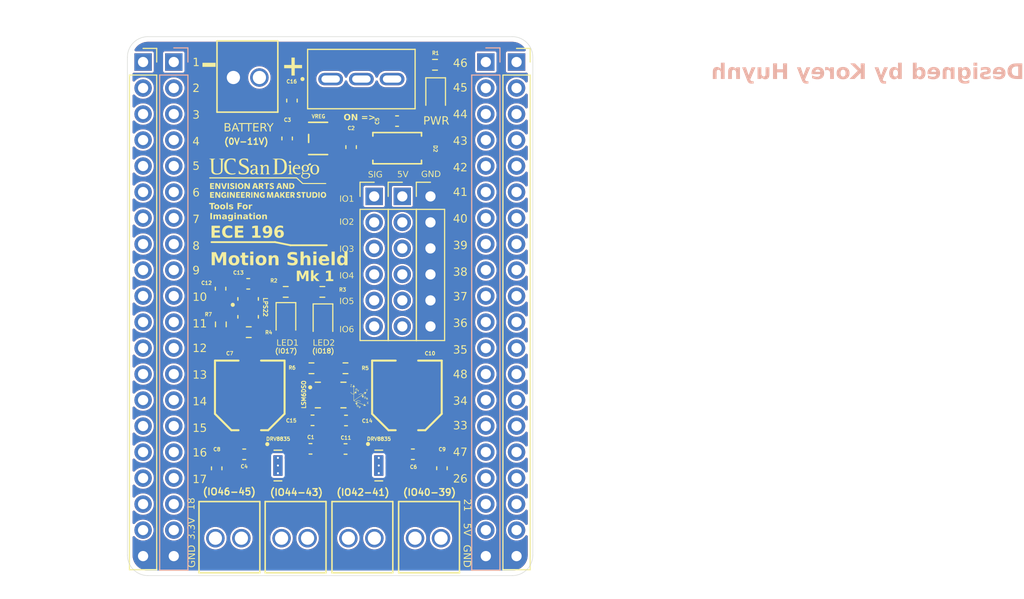
<source format=kicad_pcb>
(kicad_pcb (version 20241229) (generator "pcbnew") (generator_version "9.0")
  (layers (0 "F.Cu" signal) (2 "B.Cu" signal) (13 "F.Paste" user) (15 "B.Paste" user) (5 "F.SilkS" user "F.Silkscreen") (7 "B.SilkS" user "B.Silkscreen") (1 "F.Mask" user) (3 "B.Mask" user) (25 "Edge.Cuts" user))
  (net 0 "")
  (net 2 "GND")
  (net 3 "/SCL")
  (net 4 "/SDA")
  (net 5 "/3.3V")
  (net 6 "/VBatt")
  (net 7 "/5V")
  (net 8 "Net-(D2-A)")
  (net 9 "Net-(D1-K)")
  (net 10 "Net-(J1-Pin_2)")
  (net 11 "/M1A")
  (net 12 "/M1B")
  (net 13 "/M2B")
  (net 14 "/M2A")
  (net 15 "/6")
  (net 16 "/4")
  (net 17 "/5")
  (net 18 "/1")
  (net 19 "/2")
  (net 20 "/3")
  (net 21 "/12")
  (net 22 "/15")
  (net 23 "/10")
  (net 24 "/13")
  (net 25 "/IO17")
  (net 26 "/16")
  (net 27 "/14")
  (net 28 "/7")
  (net 29 "/IO18")
  (net 30 "/11")
  (net 31 "/PWM8")
  (net 32 "/36")
  (net 33 "/37")
  (net 34 "/34")
  (net 35 "/26")
  (net 36 "/48")
  (net 37 "/PWM3")
  (net 38 "/33")
  (net 39 "/PWM5")
  (net 40 "/PWM1")
  (net 41 "/PWM2")
  (net 42 "/35")
  (net 43 "/PWM7")
  (net 44 "/PWM4")
  (net 45 "/21")
  (net 46 "/38")
  (net 47 "/PWM6")
  (net 48 "/47")
  (net 49 "/M3B")
  (net 50 "/M3A")
  (net 51 "/M4B")
  (net 52 "/M4A")
  (net 53 "Net-(LED17-K)")
  (net 54 "Net-(LED18-K)")
  (footprint "Connector_PinSocket_2.54mm:PinSocket_1x20_P2.54mm_Vertical" (layer "F.Cu") (at 153.90795 28.087029)
    (property "Reference" "J6" (hide yes))
    (property "Value" "Conn_01x20_Pin" (hide yes))
    (pad "1" thru_hole rect (at 0 0) (size 1.7 1.7) (drill 1) (layers "*.Cu" "*.Mask") (net 40 "/PWM1"))
    (pad "2" thru_hole circle (at 0 2.54) (size 1.7 1.7) (drill 1) (layers "*.Cu" "*.Mask") (net 41 "/PWM2"))
    (pad "3" thru_hole circle (at 0 5.08) (size 1.7 1.7) (drill 1) (layers "*.Cu" "*.Mask") (net 37 "/PWM3"))
    (pad "4" thru_hole circle (at 0 7.62) (size 1.7 1.7) (drill 1) (layers "*.Cu" "*.Mask") (net 44 "/PWM4"))
    (pad "5" thru_hole circle (at 0 10.16) (size 1.7 1.7) (drill 1) (layers "*.Cu" "*.Mask") (net 39 "/PWM5"))
    (pad "6" thru_hole circle (at 0 12.7) (size 1.7 1.7) (drill 1) (layers "*.Cu" "*.Mask") (net 47 "/PWM6"))
    (pad "7" thru_hole circle (at 0 15.24) (size 1.7 1.7) (drill 1) (layers "*.Cu" "*.Mask") (net 43 "/PWM7"))
    (pad "8" thru_hole circle (at 0 17.78) (size 1.7 1.7) (drill 1) (layers "*.Cu" "*.Mask") (net 31 "/PWM8"))
    (pad "9" thru_hole circle (at 0 20.32) (size 1.7 1.7) (drill 1) (layers "*.Cu" "*.Mask") (net 46 "/38"))
    (pad "10" thru_hole circle (at 0 22.86) (size 1.7 1.7) (drill 1) (layers "*.Cu" "*.Mask") (net 33 "/37"))
    (pad "11" thru_hole circle (at 0 25.4) (size 1.7 1.7) (drill 1) (layers "*.Cu" "*.Mask") (net 32 "/36"))
    (pad "12" thru_hole circle (at 0 27.94) (size 1.7 1.7) (drill 1) (layers "*.Cu" "*.Mask") (net 42 "/35"))
    (pad "13" thru_hole circle (at 0 30.48) (size 1.7 1.7) (drill 1) (layers "*.Cu" "*.Mask") (net 36 "/48"))
    (pad "14" thru_hole circle (at 0 33.02) (size 1.7 1.7) (drill 1) (layers "*.Cu" "*.Mask") (net 34 "/34"))
    (pad "15" thru_hole circle (at 0 35.56) (size 1.7 1.7) (drill 1) (layers "*.Cu" "*.Mask") (net 38 "/33"))
    (pad "16" thru_hole circle (at 0 38.1) (size 1.7 1.7) (drill 1) (layers "*.Cu" "*.Mask") (net 48 "/47"))
    (pad "17" thru_hole circle (at 0 40.64) (size 1.7 1.7) (drill 1) (layers "*.Cu" "*.Mask") (net 35 "/26"))
    (pad "18" thru_hole circle (at 0 43.18) (size 1.7 1.7) (drill 1) (layers "*.Cu" "*.Mask") (net 45 "/21"))
    (pad "19" thru_hole circle (at 0 45.72) (size 1.7 1.7) (drill 1) (layers "*.Cu" "*.Mask") (net 7 "/5V"))
    (pad "20" thru_hole circle (at 0 48.26) (size 1.7 1.7) (drill 1) (layers "*.Cu" "*.Mask") (net 2 "GND"))
  )
  (footprint "Capacitor_SMD:C_0603_1608Metric" (layer "F.Cu") (at 127.308335 66.401754 180)
    (property "Reference" "C4" (hide yes))
    (property "Value" ".01uF" (hide yes))
    (pad "1" smd roundrect (at -0.775 0 180) (size 0.9 0.95) (layers "F.Cu" "F.Mask" "F.Paste") (net 6 "/VBatt"))
    (pad "2" smd roundrect (at 0.775 0 180) (size 0.9 0.95) (layers "F.Cu" "F.Mask" "F.Paste") (net 2 "GND"))
  )
  (footprint "ECE196MotionShield:accelfootprintbetter" (layer "F.Cu") (at 138.267666 60.528754)
    (property "Reference" "G***" (hide yes))
    (property "Value" "LOGO" (hide yes))
  )
  (footprint "ECE196MotionShield:TSOT-23-5_2P9X1P6_ONS" (layer "F.Cu") (at 134.52635 35.55 180)
    (property "Reference" "U2" (hide yes))
    (property "Value" "NCP718ASNADJT1G" (hide yes))
    (pad "1" smd rect (at -1.27635 -0.950001 180) (size 0.9525 0.4572) (layers "F.Cu" "F.Mask" "F.Paste") (net 6 "/VBatt"))
    (pad "2" smd rect (at -1.27635 0 180) (size 0.9525 0.4572) (layers "F.Cu" "F.Mask" "F.Paste") (net 2 "GND"))
    (pad "3" smd rect (at -1.27635 0.950001 180) (size 0.9525 0.4572) (layers "F.Cu" "F.Mask" "F.Paste") (net 6 "/VBatt"))
    (pad "4" smd rect (at 1.27635 0.950001 180) (size 0.9525 0.4572) (layers "F.Cu" "F.Mask" "F.Paste"))
    (pad "5" smd rect (at 1.27635 -0.950001 180) (size 0.9525 0.4572) (layers "F.Cu" "F.Mask" "F.Paste") (net 7 "/5V"))
  )
  (footprint "Capacitor_SMD:C_0603_1608Metric" (layer "F.Cu") (at 133.981687 63.08539 180)
    (property "Reference" "C15" (hide yes))
    (property "Value" ".1uF" (hide yes))
    (pad "1" smd roundrect (at -0.775 0 180) (size 0.9 0.95) (layers "F.Cu" "F.Mask" "F.Paste") (net 5 "/3.3V"))
    (pad "2" smd roundrect (at 0.775 0 180) (size 0.9 0.95) (layers "F.Cu" "F.Mask" "F.Paste") (net 2 "GND"))
  )
  (footprint "Resistor_SMD:R_0603_1608Metric" (layer "F.Cu") (at 137.2 58)
    (property "Reference" "R5" (hide yes))
    (property "Value" "10k" (hide yes))
    (pad "1" smd roundrect (at -0.825 0) (size 0.8 0.95) (layers "F.Cu" "F.Mask" "F.Paste") (net 3 "/SCL"))
    (pad "2" smd roundrect (at 0.825 0) (size 0.8 0.95) (layers "F.Cu" "F.Mask" "F.Paste") (net 5 "/3.3V"))
  )
  (footprint "Resistor_SMD:R_0603_1608Metric" (layer "F.Cu") (at 134.940685 50.537796)
    (property "Reference" "R3" (hide yes))
    (property "Value" "1k" (hide yes))
    (pad "1" smd roundrect (at -0.825 0) (size 0.8 0.95) (layers "F.Cu" "F.Mask" "F.Paste") (net 54 "Net-(LED18-K)"))
    (pad "2" smd roundrect (at 0.825 0) (size 0.8 0.95) (layers "F.Cu" "F.Mask" "F.Paste") (net 2 "GND"))
  )
  (footprint "ECE196MotionShield:WCAP-ASLI_6.3X7.7_DXL_" (layer "F.Cu") (at 127.85 60.65 -90)
    (property "Reference" "C7" (hide yes))
    (property "Value" "220uF" (hide yes))
    (pad "1" smd rect (at 2.8 0 270) (size 3.5 1.6) (layers "F.Cu" "F.Mask" "F.Paste") (net 6 "/VBatt"))
    (pad "2" smd rect (at -2.8 0 270) (size 3.5 1.6) (layers "F.Cu" "F.Mask" "F.Paste") (net 2 "GND"))
  )
  (footprint "ECE196MotionShield:SW_SLW-105558-2A-N-D" (layer "F.Cu") (at 138.75 29.75)
    (property "Reference" "S1" (hide yes))
    (property "Value" "SLW-105558-2A-N-D" (hide yes))
    (pad "1" thru_hole oval (at -3 0) (size 2.416 1.208) (drill oval 1.8 0.7) (layers "*.Cu" "*.Mask"))
    (pad "2" thru_hole oval (at 0 0) (size 2.416 1.208) (drill oval 1.8 0.7) (layers "*.Cu" "*.Mask") (net 10 "Net-(J1-Pin_2)"))
    (pad "3" thru_hole oval (at 3 0) (size 2.416 1.208) (drill oval 1.8 0.7) (layers "*.Cu" "*.Mask") (net 8 "Net-(D2-A)"))
  )
  (footprint "LED_SMD:LED_0805_2012Metric" (layer "F.Cu") (at 146.00781 31.3125 -90)
    (property "Reference" "D1" (hide yes))
    (property "Value" "LED" (hide yes))
    (pad "1" smd roundrect (at -0.9375 0 270) (size 0.975 1.4) (layers "F.Cu" "F.Mask" "F.Paste") (net 9 "Net-(D1-K)"))
    (pad "2" smd roundrect (at 0.9375 0 270) (size 0.975 1.4) (layers "F.Cu" "F.Mask" "F.Paste") (net 5 "/3.3V"))
  )
  (footprint "Connector_PinHeader_2.54mm:PinHeader_1x06_P2.54mm_Vertical" (layer "F.Cu") (at 145.5 41.21)
    (property "Reference" "J12" (hide yes))
    (property "Value" "Conn_01x06_Pin" (hide yes))
    (pad "1" thru_hole rect (at 0 0) (size 1.7 1.7) (drill 1) (layers "*.Cu" "*.Mask") (net 2 "GND"))
    (pad "2" thru_hole circle (at 0 2.54) (size 1.7 1.7) (drill 1) (layers "*.Cu" "*.Mask") (net 2 "GND"))
    (pad "3" thru_hole circle (at 0 5.08) (size 1.7 1.7) (drill 1) (layers "*.Cu" "*.Mask") (net 2 "GND"))
    (pad "4" thru_hole circle (at 0 7.62) (size 1.7 1.7) (drill 1) (layers "*.Cu" "*.Mask") (net 2 "GND"))
    (pad "5" thru_hole circle (at 0 10.16) (size 1.7 1.7) (drill 1) (layers "*.Cu" "*.Mask") (net 2 "GND"))
    (pad "6" thru_hole circle (at 0 12.7) (size 1.7 1.7) (drill 1) (layers "*.Cu" "*.Mask") (net 2 "GND"))
  )
  (footprint "Resistor_SMD:R_0603_1608Metric" (layer "F.Cu") (at 125.024153 53.710019 -90)
    (property "Reference" "R7" (hide yes))
    (property "Value" "10k" (hide yes))
    (pad "1" smd roundrect (at -0.825 0 270) (size 0.8 0.95) (layers "F.Cu" "F.Mask" "F.Paste") (net 3 "/SCL"))
    (pad "2" smd roundrect (at 0.825 0 270) (size 0.8 0.95) (layers "F.Cu" "F.Mask" "F.Paste") (net 5 "/3.3V"))
  )
  (footprint "5ECEMotionShield:envisionlogobigger" (layer "F.Cu") (at 129.622704 39.9)
    (property "Reference" "G***" (hide yes))
    (property "Value" "LOGO" (hide yes))
  )
  (footprint "Capacitor_SMD:C_0603_1608Metric" (layer "F.Cu") (at 137.207207 65.88527 180)
    (property "Reference" "C11" (hide yes))
    (property "Value" ".01uF" (hide yes))
    (pad "1" smd roundrect (at -0.775 0 180) (size 0.9 0.95) (layers "F.Cu" "F.Mask" "F.Paste") (net 6 "/VBatt"))
    (pad "2" smd roundrect (at 0.775 0 180) (size 0.9 0.95) (layers "F.Cu" "F.Mask" "F.Paste") (net 2 "GND"))
  )
  (footprint "Capacitor_SMD:C_0603_1608Metric" (layer "F.Cu") (at 142.237335 33.855086)
    (property "Reference" "C5" (hide yes))
    (property "Value" "10uF" (hide yes))
    (pad "1" smd roundrect (at -0.775 0) (size 0.9 0.95) (layers "F.Cu" "F.Mask" "F.Paste") (net 2 "GND"))
    (pad "2" smd roundrect (at 0.775 0) (size 0.9 0.95) (layers "F.Cu" "F.Mask" "F.Paste") (net 8 "Net-(D2-A)"))
  )
  (footprint "LED_SMD:LED_0805_2012Metric" (layer "F.Cu") (at 135 53.4 -90)
    (property "Reference" "LED18" (hide yes))
    (property "Value" "LED" (hide yes))
    (pad "1" smd roundrect (at -0.9375 0 270) (size 0.975 1.4) (layers "F.Cu" "F.Mask" "F.Paste") (net 54 "Net-(LED18-K)"))
    (pad "2" smd roundrect (at 0.9375 0 270) (size 0.975 1.4) (layers "F.Cu" "F.Mask" "F.Paste") (net 29 "/IO18"))
  )
  (footprint "Capacitor_SMD:C_0603_1608Metric" (layer "F.Cu") (at 124.620877 67.773264 -90)
    (property "Reference" "C8" (hide yes))
    (property "Value" "10uF" (hide yes))
    (pad "1" smd roundrect (at -0.775 0 270) (size 0.9 0.95) (layers "F.Cu" "F.Mask" "F.Paste") (net 5 "/3.3V"))
    (pad "2" smd roundrect (at 0.775 0 270) (size 0.9 0.95) (layers "F.Cu" "F.Mask" "F.Paste") (net 2 "GND"))
  )
  (footprint "Capacitor_SMD:C_0603_1608Metric" (layer "F.Cu") (at 143.779997 66.397576)
    (property "Reference" "C6" (hide yes))
    (property "Value" ".01uF" (hide yes))
    (pad "1" smd roundrect (at -0.775 0) (size 0.9 0.95) (layers "F.Cu" "F.Mask" "F.Paste") (net 5 "/3.3V"))
    (pad "2" smd roundrect (at 0.775 0) (size 0.9 0.95) (layers "F.Cu" "F.Mask" "F.Paste") (net 2 "GND"))
  )
  (footprint "LED_SMD:LED_0805_2012Metric" (layer "F.Cu") (at 131.38178 53.271998 -90)
    (property "Reference" "LED17" (hide yes))
    (property "Value" "LED" (hide yes))
    (pad "1" smd roundrect (at -0.9375 0 270) (size 0.975 1.4) (layers "F.Cu" "F.Mask" "F.Paste") (net 53 "Net-(LED17-K)"))
    (pad "2" smd roundrect (at 0.9375 0 270) (size 0.975 1.4) (layers "F.Cu" "F.Mask" "F.Paste") (net 25 "/IO17"))
  )
  (footprint "ECE196MotionShield:CONN_OSTVN02A150_OST" (layer "F.Cu") (at 143.992424 74.597201)
    (property "Reference" "J10" (hide yes))
    (property "Value" "Screw_Terminal_01x02" (hide yes))
    (pad "1" thru_hole circle (at 0 0) (size 1.8034 1.8034) (drill 1.2954) (layers "*.Cu" "*.Mask") (net 52 "/M4A"))
    (pad "2" thru_hole circle (at 2.54 0) (size 1.8034 1.8034) (drill 1.2954) (layers "*.Cu" "*.Mask") (net 51 "/M4B"))
  )
  (footprint "Resistor_SMD:R_0603_1608Metric" (layer "F.Cu") (at 145.945252 28.354724 180)
    (property "Reference" "R1" (hide yes))
    (property "Value" "1k" (hide yes))
    (pad "1" smd roundrect (at -0.825 0 180) (size 0.8 0.95) (layers "F.Cu" "F.Mask" "F.Paste") (net 9 "Net-(D1-K)"))
    (pad "2" smd roundrect (at 0.825 0 180) (size 0.8 0.95) (layers "F.Cu" "F.Mask" "F.Paste") (net 2 "GND"))
  )
  (footprint "Connector_PinSocket_2.54mm:PinSocket_1x20_P2.54mm_Vertical" (layer "F.Cu") (at 117.42795 28.087029)
    (property "Reference" "J5" (hide yes))
    (property "Value" "Conn_01x20_Pin" (hide yes))
    (pad "1" thru_hole rect (at 0 0) (size 1.7 1.7) (drill 1) (layers "*.Cu" "*.Mask") (net 18 "/1"))
    (pad "2" thru_hole circle (at 0 2.54) (size 1.7 1.7) (drill 1) (layers "*.Cu" "*.Mask") (net 19 "/2"))
    (pad "3" thru_hole circle (at 0 5.08) (size 1.7 1.7) (drill 1) (layers "*.Cu" "*.Mask") (net 20 "/3"))
    (pad "4" thru_hole circle (at 0 7.62) (size 1.7 1.7) (drill 1) (layers "*.Cu" "*.Mask") (net 16 "/4"))
    (pad "5" thru_hole circle (at 0 10.16) (size 1.7 1.7) (drill 1) (layers "*.Cu" "*.Mask") (net 17 "/5"))
    (pad "6" thru_hole circle (at 0 12.7) (size 1.7 1.7) (drill 1) (layers "*.Cu" "*.Mask") (net 15 "/6"))
    (pad "7" thru_hole circle (at 0 15.24) (size 1.7 1.7) (drill 1) (layers "*.Cu" "*.Mask") (net 28 "/7"))
    (pad "8" thru_hole circle (at 0 17.78) (size 1.7 1.7) (drill 1) (layers "*.Cu" "*.Mask") (net 4 "/SDA"))
    (pad "9" thru_hole circle (at 0 20.32) (size 1.7 1.7) (drill 1) (layers "*.Cu" "*.Mask") (net 3 "/SCL"))
    (pad "10" thru_hole circle (at 0 22.86) (size 1.7 1.7) (drill 1) (layers "*.Cu" "*.Mask") (net 23 "/10"))
    (pad "11" thru_hole circle (at 0 25.4) (size 1.7 1.7) (drill 1) (layers "*.Cu" "*.Mask") (net 30 "/11"))
    (pad "12" thru_hole circle (at 0 27.94) (size 1.7 1.7) (drill 1) (layers "*.Cu" "*.Mask") (net 21 "/12"))
    (pad "13" thru_hole circle (at 0 30.48) (size 1.7 1.7) (drill 1) (layers "*.Cu" "*.Mask") (net 24 "/13"))
    (pad "14" thru_hole circle (at 0 33.02) (size 1.7 1.7) (drill 1) (layers "*.Cu" "*.Mask") (net 27 "/14"))
    (pad "15" thru_hole circle (at 0 35.56) (size 1.7 1.7) (drill 1) (layers "*.Cu" "*.Mask") (net 22 "/15"))
    (pad "16" thru_hole circle (at 0 38.1) (size 1.7 1.7) (drill 1) (layers "*.Cu" "*.Mask") (net 26 "/16"))
    (pad "17" thru_hole circle (at 0 40.64) (size 1.7 1.7) (drill 1) (layers "*.Cu" "*.Mask") (net 25 "/IO17"))
    (pad "18" thru_hole circle (at 0 43.18) (size 1.7 1.7) (drill 1) (layers "*.Cu" "*.Mask") (net 29 "/IO18"))
    (pad "19" thru_hole circle (at 0 45.72) (size 1.7 1.7) (drill 1) (layers "*.Cu" "*.Mask") (net 5 "/3.3V"))
    (pad "20" thru_hole circle (at 0 48.26) (size 1.7 1.7) (drill 1) (layers "*.Cu" "*.Mask") (net 2 "GND"))
  )
  (footprint "Capacitor_SMD:C_0603_1608Metric" (layer "F.Cu") (at 137.25 63.102377)
    (property "Reference" "C14" (hide yes))
    (property "Value" ".1uF" (hide yes))
    (pad "1" smd roundrect (at -0.775 0) (size 0.9 0.95) (layers "F.Cu" "F.Mask" "F.Paste") (net 5 "/3.3V"))
    (pad "2" smd roundrect (at 0.775 0) (size 0.9 0.95) (layers "F.Cu" "F.Mask" "F.Paste") (net 2 "GND"))
  )
  (footprint "Connector_PinHeader_2.54mm:PinHeader_1x06_P2.54mm_Vertical" (layer "F.Cu") (at 142.75 41.21)
    (property "Reference" "J11" (hide yes))
    (property "Value" "Conn_01x06_Pin" (hide yes))
    (pad "1" thru_hole rect (at 0 0) (size 1.7 1.7) (drill 1) (layers "*.Cu" "*.Mask") (net 7 "/5V"))
    (pad "2" thru_hole circle (at 0 2.54) (size 1.7 1.7) (drill 1) (layers "*.Cu" "*.Mask") (net 7 "/5V"))
    (pad "3" thru_hole circle (at 0 5.08) (size 1.7 1.7) (drill 1) (layers "*.Cu" "*.Mask") (net 7 "/5V"))
    (pad "4" thru_hole circle (at 0 7.62) (size 1.7 1.7) (drill 1) (layers "*.Cu" "*.Mask") (net 7 "/5V"))
    (pad "5" thru_hole circle (at 0 10.16) (size 1.7 1.7) (drill 1) (layers "*.Cu" "*.Mask") (net 7 "/5V"))
    (pad "6" thru_hole circle (at 0 12.7) (size 1.7 1.7) (drill 1) (layers "*.Cu" "*.Mask") (net 7 "/5V"))
  )
  (footprint "ECE196MotionShield:CONN_OSTVN02A150_OST" (layer "F.Cu") (at 124.492424 74.597201)
    (property "Reference" "J2" (hide yes))
    (property "Value" "Screw_Terminal_01x02" (hide yes))
    (pad "1" thru_hole circle (at 0 0) (size 1.8034 1.8034) (drill 1.2954) (layers "*.Cu" "*.Mask") (net 11 "/M1A"))
    (pad "2" thru_hole circle (at 2.54 0) (size 1.8034 1.8034) (drill 1.2954) (layers "*.Cu" "*.Mask") (net 12 "/M1B"))
  )
  (footprint "ECE196MotionShield:CONN_OSTVN02A150_OST" (layer "F.Cu") (at 137.481417 74.597201)
    (property "Reference" "J9" (hide yes))
    (property "Value" "Screw_Terminal_01x02" (hide yes))
    (pad "1" thru_hole circle (at 0 0) (size 1.8034 1.8034) (drill 1.2954) (layers "*.Cu" "*.Mask") (net 50 "/M3A"))
    (pad "2" thru_hole circle (at 2.54 0) (size 1.8034 1.8034) (drill 1.2954) (layers "*.Cu" "*.Mask") (net 49 "/M3B"))
  )
  (footprint "Capacitor_SMD:C_0603_1608Metric" (layer "F.Cu") (at 137.75 36.39528 -90)
    (property "Reference" "C2" (hide yes))
    (property "Value" "1uF" (hide yes))
    (pad "1" smd roundrect (at -0.775 0 270) (size 0.9 0.95) (layers "F.Cu" "F.Mask" "F.Paste") (net 6 "/VBatt"))
    (pad "2" smd roundrect (at 0.775 0 270) (size 0.9 0.95) (layers "F.Cu" "F.Mask" "F.Paste") (net 2 "GND"))
  )
  (footprint "Capacitor_SMD:C_0603_1608Metric" (layer "F.Cu") (at 131.969897 31.849113 90)
    (property "Reference" "C16" (hide yes))
    (property "Value" "10uF" (hide yes))
    (pad "1" smd roundrect (at -0.775 0 90) (size 0.9 0.95) (layers "F.Cu" "F.Mask" "F.Paste") (net 2 "GND"))
    (pad "2" smd roundrect (at 0.775 0 90) (size 0.9 0.95) (layers "F.Cu" "F.Mask" "F.Paste") (net 10 "Net-(J1-Pin_2)"))
  )
  (footprint "ECE196MotionShield:WCAP-ASLI_6.3X7.7_DXL_" (layer "F.Cu") (at 143.2 60.65 -90)
    (property "Reference" "C10" (hide yes))
    (property "Value" "220uF" (hide yes))
    (pad "1" smd rect (at 2.8 0 270) (size 3.5 1.6) (layers "F.Cu" "F.Mask" "F.Paste") (net 6 "/VBatt"))
    (pad "2" smd rect (at -2.8 0 270) (size 3.5 1.6) (layers "F.Cu" "F.Mask" "F.Paste") (net 2 "GND"))
  )
  (footprint "Capacitor_SMD:C_0603_1608Metric" (layer "F.Cu") (at 125 50.225 90)
    (property "Reference" "C12" (hide yes))
    (property "Value" ".1uF" (hide yes))
    (pad "1" smd roundrect (at -0.775 0 90) (size 0.9 0.95) (layers "F.Cu" "F.Mask" "F.Paste") (net 5 "/3.3V"))
    (pad "2" smd roundrect (at 0.775 0 90) (size 0.9 0.95) (layers "F.Cu" "F.Mask" "F.Paste") (net 2 "GND"))
  )
  (footprint "5ECEMotionShield:khlogobigger" (layer "F.Cu") (at 133.569376 43.087276)
    (property "Reference" "G***" (hide yes))
    (property "Value" "LOGO" (hide yes))
  )
  (footprint "ECE196MotionShield:SON50P300X200X80-13N" (layer "F.Cu") (at 140.45 67.5)
    (property "Reference" "U3" (hide yes))
    (property "Value" "DRV8835DSSR" (hide yes))
    (pad "1" smd roundrect (at -0.95 -1.25) (size 0.5 0.25) (layers "F.Cu" "F.Paste") (roundrect_rratio 0.2) (net 6 "/VBatt"))
    (pad "2" smd roundrect (at -0.95 -0.75) (size 0.5 0.25) (layers "F.Cu" "F.Paste") (roundrect_rratio 0.2) (net 50 "/M3A"))
    (pad "3" smd roundrect (at -0.95 -0.25) (size 0.5 0.25) (layers "F.Cu" "F.Paste") (roundrect_rratio 0.2) (net 49 "/M3B"))
    (pad "4" smd roundrect (at -0.95 0.25) (size 0.5 0.25) (layers "F.Cu" "F.Paste") (roundrect_rratio 0.2) (net 52 "/M4A"))
    (pad "5" smd roundrect (at -0.95 0.75) (size 0.5 0.25) (layers "F.Cu" "F.Paste") (roundrect_rratio 0.2) (net 51 "/M4B"))
    (pad "6" smd roundrect (at -0.95 1.25) (size 0.5 0.25) (layers "F.Cu" "F.Paste") (roundrect_rratio 0.2) (net 2 "GND"))
    (pad "7" smd roundrect (at 0.95 1.25) (size 0.5 0.25) (layers "F.Cu" "F.Paste") (roundrect_rratio 0.2) (net 31 "/PWM8"))
    (pad "8" smd roundrect (at 0.95 0.75) (size 0.5 0.25) (layers "F.Cu" "F.Paste") (roundrect_rratio 0.2) (net 43 "/PWM7"))
    (pad "9" smd roundrect (at 0.95 0.25) (size 0.5 0.25) (layers "F.Cu" "F.Paste") (roundrect_rratio 0.2) (net 47 "/PWM6"))
    (pad "10" smd roundrect (at 0.95 -0.25) (size 0.5 0.25) (layers "F.Cu" "F.Paste") (roundrect_rratio 0.2) (net 39 "/PWM5"))
    (pad "11" smd roundrect (at 0.95 -0.75) (size 0.5 0.25) (layers "F.Cu" "F.Paste") (roundrect_rratio 0.2) (net 2 "GND"))
    (pad "12" smd roundrect (at 0.95 -1.25) (size 0.5 0.25) (layers "F.Cu" "F.Paste") (roundrect_rratio 0.2) (net 5 "/3.3V"))
    (pad "13" smd rect (at 0 0) (size 0.5 0.5) (layers "F.Cu") (net 2 "GND"))
    (pad "14" thru_hole custom (at 0 -0.75) (size 0.3 0.3) (drill 0.2) (layers "*.Cu") (options (clearance outline) (anchor circle)) (primitives (gr_poly (pts (xy 0.4 -0.25) (xy -0.4 -0.25) (xy -0.403 -0.25) (xy -0.405 -0.25) (xy -0.408 -0.249) (xy -0.41 -0.249) (xy -0.413 -0.248) (xy -0.415 -0.248) (xy -0.418 -0.247) (xy -0.42 -0.246) (xy -0.423 -0.245) (xy -0.425 -0.243) (xy -0.427 -0.242) (xy -0.429 -0.24) (xy -0.431 -0.239) (xy -0.433 -0.237) (xy -0.435 -0.235) (xy -0.437 -0.233) (xy -0.439 -0.231) (xy -0.44 -0.229) (xy -0.442 -0.227) (xy -0.443 -0.225) (xy -0.445 -0.223) (xy -0.446 -0.22) (xy -0.447 -0.218) (xy -0.448 -0.215) (xy -0.448 -0.213) (xy -0.449 -0.21) (xy -0.449 -0.208) (xy -0.45 -0.205) (xy -0.45 -0.203) (xy -0.45 -0.2) (xy -0.45 1.7) (xy -0.45 1.703) (xy -0.45 1.705) (xy -0.449 1.708) (xy -0.449 1.71) (xy -0.448 1.713) (xy -0.448 1.715) (xy -0.447 1.718) (xy -0.446 1.72) (xy -0.445 1.723) (xy -0.443 1.725) (xy -0.442 1.727) (xy -0.44 1.729) (xy -0.439 1.731) (xy -0.437 1.733) (xy -0.435 1.735) (xy -0.433 1.737) (xy -0.431 1.739) (xy -0.429 1.74) (xy -0.427 1.742) (xy -0.425 1.743) (xy -0.423 1.745) (xy -0.42 1.746) (xy -0.418 1.747) (xy -0.415 1.748) (xy -0.413 1.748) (xy -0.41 1.749) (xy -0.408 1.749) (xy -0.405 1.75) (xy -0.403 1.75) (xy -0.4 1.75) (xy 0.4 1.75) (xy 0.403 1.75) (xy 0.405 1.75) (xy 0.408 1.749) (xy 0.41 1.749) (xy 0.413 1.748) (xy 0.415 1.748) (xy 0.418 1.747) (xy 0.42 1.746) (xy 0.423 1.745) (xy 0.425 1.743) (xy 0.427 1.742) (xy 0.429 1.74) (xy 0.431 1.739) (xy 0.433 1.737) (xy 0.435 1.735) (xy 0.437 1.733) (xy 0.439 1.731) (xy 0.44 1.729) (xy 0.442 1.727) (xy 0.443 1.725) (xy 0.445 1.723) (xy 0.446 1.72) (xy 0.447 1.718) (xy 0.448 1.715) (xy 0.448 1.713) (xy 0.449 1.71) (xy 0.449 1.708) (xy 0.45 1.705) (xy 0.45 1.703) (xy 0.45 1.7) (xy 0.45 -0.2) (xy 0.45 -0.203) (xy 0.45 -0.205) (xy 0.449 -0.208) (xy 0.449 -0.21) (xy 0.448 -0.213) (xy 0.448 -0.215) (xy 0.447 -0.218) (xy 0.446 -0.22) (xy 0.445 -0.223) (xy 0.443 -0.225) (xy 0.442 -0.227) (xy 0.44 -0.229) (xy 0.439 -0.231) (xy 0.437 -0.233) (xy 0.435 -0.235) (xy 0.433 -0.237) (xy 0.431 -0.239) (xy 0.429 -0.24) (xy 0.427 -0.242) (xy 0.425 -0.243) (xy 0.423 -0.245) (xy 0.42 -0.246) (xy 0.418 -0.247) (xy 0.415 -0.248) (xy 0.413 -0.248) (xy 0.41 -0.249) (xy 0.408 -0.249) (xy 0.405 -0.25) (xy 0.403 -0.25) (xy 0.4 -0.25)) (width 0.01) (fill yes))))
    (pad "15" thru_hole circle (at 0 0) (size 0.3 0.3) (drill 0.2) (layers "*.Cu"))
    (pad "16" thru_hole circle (at 0 0.75) (size 0.3 0.3) (drill 0.2) (layers "*.Cu"))
  )
  (footprint "ECE196MotionShield:CONN_OSTVN02A150_OST" (layer "F.Cu") (at 126.25 29.597201)
    (property "Reference" "J1" (hide yes))
    (property "Value" "Screw_Terminal_01x02" (hide yes))
    (pad "1" thru_hole circle (at 0 0) (size 1.8034 1.8034) (drill 1.2954) (layers "*.Cu" "*.Mask") (net 2 "GND"))
    (pad "2" thru_hole circle (at 2.54 0) (size 1.8034 1.8034) (drill 1.2954) (layers "*.Cu" "*.Mask") (net 10 "Net-(J1-Pin_2)"))
  )
  (footprint "ECE196MotionShield:XDCR_LSM6DSO32TR" (layer "F.Cu") (at 135.75 60.613118)
    (property "Reference" "U5" (hide yes))
    (property "Value" "LSM6DSO32TR" (hide yes))
    (pad "1" smd rect (at -1.1625 -0.75) (size 0.575 0.35) (layers "F.Cu" "F.Paste") (net 2 "GND"))
    (pad "2" smd rect (at -1.1625 -0.25) (size 0.575 0.35) (layers "F.Cu" "F.Paste") (net 2 "GND"))
    (pad "3" smd rect (at -1.1625 0.25) (size 0.575 0.35) (layers "F.Cu" "F.Paste") (net 2 "GND"))
    (pad "4" smd rect (at -1.1625 0.75) (size 0.575 0.35) (layers "F.Cu" "F.Paste"))
    (pad "5" smd rect (at -0.5 0.9125) (size 0.35 0.575) (layers "F.Cu" "F.Paste") (net 5 "/3.3V"))
    (pad "6" smd rect (at 0 0.9125) (size 0.35 0.575) (layers "F.Cu" "F.Paste") (net 2 "GND"))
    (pad "7" smd rect (at 0.5 0.9125) (size 0.35 0.575) (layers "F.Cu" "F.Paste") (net 2 "GND"))
    (pad "8" smd rect (at 1.1625 0.75) (size 0.575 0.35) (layers "F.Cu" "F.Paste") (net 5 "/3.3V"))
    (pad "9" smd rect (at 1.1625 0.25) (size 0.575 0.35) (layers "F.Cu" "F.Paste"))
    (pad "10" smd rect (at 1.1625 -0.25) (size 0.575 0.35) (layers "F.Cu" "F.Paste"))
    (pad "11" smd rect (at 1.1625 -0.75) (size 0.575 0.35) (layers "F.Cu" "F.Paste"))
    (pad "12" smd rect (at 0.5 -0.9125) (size 0.35 0.575) (layers "F.Cu" "F.Paste") (net 5 "/3.3V"))
    (pad "13" smd rect (at 0 -0.9125) (size 0.35 0.575) (layers "F.Cu" "F.Paste") (net 3 "/SCL"))
    (pad "14" smd rect (at -0.5 -0.9125) (size 0.35 0.575) (layers "F.Cu" "F.Paste") (net 4 "/SDA"))
  )
  (footprint "Resistor_SMD:R_0603_1608Metric" (layer "F.Cu") (at 133.875 58 180)
    (property "Reference" "R6" (hide yes))
    (property "Value" "10k" (hide yes))
    (pad "1" smd roundrect (at -0.825 0 180) (size 0.8 0.95) (layers "F.Cu" "F.Mask" "F.Paste") (net 4 "/SDA"))
    (pad "2" smd roundrect (at 0.825 0 180) (size 0.8 0.95) (layers "F.Cu" "F.Mask" "F.Paste") (net 5 "/3.3V"))
  )
  (footprint "Resistor_SMD:R_0603_1608Metric" (layer "F.Cu") (at 127.748201 54.474047)
    (property "Reference" "R4" (hide yes))
    (property "Value" "10k" (hide yes))
    (pad "1" smd roundrect (at -0.825 0) (size 0.8 0.95) (layers "F.Cu" "F.Mask" "F.Paste") (net 4 "/SDA"))
    (pad "2" smd roundrect (at 0.825 0) (size 0.8 0.95) (layers "F.Cu" "F.Mask" "F.Paste") (net 5 "/3.3V"))
  )
  (footprint "ECE196MotionShield:SMADO-214AC_VIS" (layer "F.Cu") (at 142.25 36.5)
    (property "Reference" "D2" (hide yes))
    (property "Value" "SS12-E3/61T" (hide yes))
    (pad "1" smd rect (at -2.0574 0) (size 1.8796 1.7018) (layers "F.Cu" "F.Mask" "F.Paste") (net 6 "/VBatt"))
    (pad "2" smd rect (at 2.0574 0) (size 1.8796 1.7018) (layers "F.Cu" "F.Mask" "F.Paste") (net 8 "Net-(D2-A)"))
    (zone (net 0) (net_name "") (layer "F.Cu") (connect_pads (clearance 0)) (min_thickness 0.254)
      (keepout (tracks not_allowed) (vias not_allowed) (pads allowed) (copperpour not_allowed) (footprints allowed))
      (fill (thermal_gap 0.508) (thermal_bridge_width 0.508))
      (polygon (pts (xy 141.1832 35.1538) (xy 143.3168 35.1538) (xy 143.3168 37.8462) (xy 141.1832 37.8462)))
    )
  )
  (footprint "ECE196MotionShield:CONN_OSTVN02A150_OST" (layer "F.Cu") (at 130.955504 74.597201)
    (property "Reference" "J3" (hide yes))
    (property "Value" "Screw_Terminal_01x02" (hide yes))
    (pad "1" thru_hole circle (at 0 0) (size 1.8034 1.8034) (drill 1.2954) (layers "*.Cu" "*.Mask") (net 14 "/M2A"))
    (pad "2" thru_hole circle (at 2.54 0) (size 1.8034 1.8034) (drill 1.2954) (layers "*.Cu" "*.Mask") (net 13 "/M2B"))
  )
  (footprint "Capacitor_SMD:C_0603_1608Metric" (layer "F.Cu") (at 146.62013 67.76396 -90)
    (property "Reference" "C9" (hide yes))
    (property "Value" "10uF" (hide yes))
    (pad "1" smd roundrect (at -0.775 0 270) (size 0.9 0.95) (layers "F.Cu" "F.Mask" "F.Paste") (net 7 "/5V"))
    (pad "2" smd roundrect (at 0.775 0 270) (size 0.9 0.95) (layers "F.Cu" "F.Mask" "F.Paste") (net 2 "GND"))
  )
  (footprint "Resistor_SMD:R_0603_1608Metric" (layer "F.Cu") (at 131.362008 50.537796 180)
    (property "Reference" "R2" (hide yes))
    (property "Value" "1k" (hide yes))
    (pad "1" smd roundrect (at -0.825 0 180) (size 0.8 0.95) (layers "F.Cu" "F.Mask" "F.Paste") (net 53 "Net-(LED17-K)"))
    (pad "2" smd roundrect (at 0.825 0 180) (size 0.8 0.95) (layers "F.Cu" "F.Mask" "F.Paste") (net 2 "GND"))
  )
  (footprint "Connector_PinHeader_2.54mm:PinHeader_1x06_P2.54mm_Vertical" (layer "F.Cu") (at 140 41.21)
    (property "Reference" "J4" (hide yes))
    (property "Value" "Conn_01x06_Pin" (hide yes))
    (pad "1" thru_hole rect (at 0 0) (size 1.7 1.7) (drill 1) (layers "*.Cu" "*.Mask") (net 18 "/1"))
    (pad "2" thru_hole circle (at 0 2.54) (size 1.7 1.7) (drill 1) (layers "*.Cu" "*.Mask") (net 19 "/2"))
    (pad "3" thru_hole circle (at 0 5.08) (size 1.7 1.7) (drill 1) (layers "*.Cu" "*.Mask") (net 20 "/3"))
    (pad "4" thru_hole circle (at 0 7.62) (size 1.7 1.7) (drill 1) (layers "*.Cu" "*.Mask") (net 16 "/4"))
    (pad "5" thru_hole circle (at 0 10.16) (size 1.7 1.7) (drill 1) (layers "*.Cu" "*.Mask") (net 17 "/5"))
    (pad "6" thru_hole circle (at 0 12.7) (size 1.7 1.7) (drill 1) (layers "*.Cu" "*.Mask") (net 15 "/6"))
  )
  (footprint "ECE196MotionShield:colinsigfootprint" (layer "F.Cu") (at 103.701799 44.072781)
    (property "Reference" "G***" (hide yes))
    (property "Value" "LOGO" (hide yes))
  )
  (footprint "ECE196MotionShield:PQFN50P200X200X80-10N" (layer "F.Cu") (at 127.688463 52.100729)
    (property "Reference" "A1" (hide yes))
    (property "Value" "LPS22HBTR" (hide yes))
    (pad "1" smd rect (at -0.745 -0.25) (size 0.43 0.35) (layers "F.Cu" "F.Mask" "F.Paste") (net 5 "/3.3V"))
    (pad "2" smd rect (at -0.745 0.25) (size 0.43 0.35) (layers "F.Cu" "F.Mask" "F.Paste") (net 3 "/SCL"))
    (pad "3" smd rect (at -0.5 0.745) (size 0.35 0.43) (layers "F.Cu" "F.Mask" "F.Paste") (net 2 "GND"))
    (pad "4" smd rect (at 0 0.745) (size 0.35 0.43) (layers "F.Cu" "F.Mask" "F.Paste") (net 4 "/SDA"))
    (pad "5" smd rect (at 0.5 0.745) (size 0.35 0.43) (layers "F.Cu" "F.Mask" "F.Paste") (net 2 "GND"))
    (pad "6" smd rect (at 0.745 0.25) (size 0.43 0.35) (layers "F.Cu" "F.Mask" "F.Paste") (net 5 "/3.3V"))
    (pad "7" smd rect (at 0.745 -0.25) (size 0.43 0.35) (layers "F.Cu" "F.Mask" "F.Paste"))
    (pad "8" smd rect (at 0.5 -0.745) (size 0.35 0.43) (layers "F.Cu" "F.Mask" "F.Paste") (net 2 "GND"))
    (pad "9" smd rect (at 0 -0.745) (size 0.35 0.43) (layers "F.Cu" "F.Mask" "F.Paste") (net 2 "GND"))
    (pad "10" smd rect (at -0.5 -0.745) (size 0.35 0.43) (layers "F.Cu" "F.Mask" "F.Paste") (net 5 "/3.3V"))
  )
  (footprint "Capacitor_SMD:C_0603_1608Metric" (layer "F.Cu") (at 131.5 35.55 -90)
    (property "Reference" "C3" (hide yes))
    (property "Value" "1uF" (hide yes))
    (pad "1" smd roundrect (at -0.775 0 270) (size 0.9 0.95) (layers "F.Cu" "F.Mask" "F.Paste") (net 2 "GND"))
    (pad "2" smd roundrect (at 0.775 0 270) (size 0.9 0.95) (layers "F.Cu" "F.Mask" "F.Paste") (net 7 "/5V"))
  )
  (footprint "ECE196MotionShield:SON50P300X200X80-13N" (layer "F.Cu") (at 130.6 67.5)
    (property "Reference" "U1" (hide yes))
    (property "Value" "DRV8835DSSR" (hide yes))
    (pad "1" smd roundrect (at -0.95 -1.25) (size 0.5 0.25) (layers "F.Cu" "F.Paste") (roundrect_rratio 0.2) (net 6 "/VBatt"))
    (pad "2" smd roundrect (at -0.95 -0.75) (size 0.5 0.25) (layers "F.Cu" "F.Paste") (roundrect_rratio 0.2) (net 11 "/M1A"))
    (pad "3" smd roundrect (at -0.95 -0.25) (size 0.5 0.25) (layers "F.Cu" "F.Paste") (roundrect_rratio 0.2) (net 12 "/M1B"))
    (pad "4" smd roundrect (at -0.95 0.25) (size 0.5 0.25) (layers "F.Cu" "F.Paste") (roundrect_rratio 0.2) (net 14 "/M2A"))
    (pad "5" smd roundrect (at -0.95 0.75) (size 0.5 0.25) (layers "F.Cu" "F.Paste") (roundrect_rratio 0.2) (net 13 "/M2B"))
    (pad "6" smd roundrect (at -0.95 1.25) (size 0.5 0.25) (layers "F.Cu" "F.Paste") (roundrect_rratio 0.2) (net 2 "GND"))
    (pad "7" smd roundrect (at 0.95 1.25) (size 0.5 0.25) (layers "F.Cu" "F.Paste") (roundrect_rratio 0.2) (net 44 "/PWM4"))
    (pad "8" smd roundrect (at 0.95 0.75) (size 0.5 0.25) (layers "F.Cu" "F.Paste") (roundrect_rratio 0.2) (net 37 "/PWM3"))
    (pad "9" smd roundrect (at 0.95 0.25) (size 0.5 0.25) (layers "F.Cu" "F.Paste") (roundrect_rratio 0.2) (net 41 "/PWM2"))
    (pad "10" smd roundrect (at 0.95 -0.25) (size 0.5 0.25) (layers "F.Cu" "F.Paste") (roundrect_rratio 0.2) (net 40 "/PWM1"))
    (pad "11" smd roundrect (at 0.95 -0.75) (size 0.5 0.25) (layers "F.Cu" "F.Paste") (roundrect_rratio 0.2) (net 2 "GND"))
    (pad "12" smd roundrect (at 0.95 -1.25) (size 0.5 0.25) (layers "F.Cu" "F.Paste") (roundrect_rratio 0.2) (net 5 "/3.3V"))
    (pad "13" smd rect (at 0 0) (size 0.5 0.5) (layers "F.Cu") (net 2 "GND"))
    (pad "14" thru_hole custom (at 0 -0.75) (size 0.3 0.3) (drill 0.2) (layers "*.Cu") (options (clearance outline) (anchor circle)) (primitives (gr_poly (pts (xy 0.4 -0.25) (xy -0.4 -0.25) (xy -0.403 -0.25) (xy -0.405 -0.25) (xy -0.408 -0.249) (xy -0.41 -0.249) (xy -0.413 -0.248) (xy -0.415 -0.248) (xy -0.418 -0.247) (xy -0.42 -0.246) (xy -0.423 -0.245) (xy -0.425 -0.243) (xy -0.427 -0.242) (xy -0.429 -0.24) (xy -0.431 -0.239) (xy -0.433 -0.237) (xy -0.435 -0.235) (xy -0.437 -0.233) (xy -0.439 -0.231) (xy -0.44 -0.229) (xy -0.442 -0.227) (xy -0.443 -0.225) (xy -0.445 -0.223) (xy -0.446 -0.22) (xy -0.447 -0.218) (xy -0.448 -0.215) (xy -0.448 -0.213) (xy -0.449 -0.21) (xy -0.449 -0.208) (xy -0.45 -0.205) (xy -0.45 -0.203) (xy -0.45 -0.2) (xy -0.45 1.7) (xy -0.45 1.703) (xy -0.45 1.705) (xy -0.449 1.708) (xy -0.449 1.71) (xy -0.448 1.713) (xy -0.448 1.715) (xy -0.447 1.718) (xy -0.446 1.72) (xy -0.445 1.723) (xy -0.443 1.725) (xy -0.442 1.727) (xy -0.44 1.729) (xy -0.439 1.731) (xy -0.437 1.733) (xy -0.435 1.735) (xy -0.433 1.737) (xy -0.431 1.739) (xy -0.429 1.74) (xy -0.427 1.742) (xy -0.425 1.743) (xy -0.423 1.745) (xy -0.42 1.746) (xy -0.418 1.747) (xy -0.415 1.748) (xy -0.413 1.748) (xy -0.41 1.749) (xy -0.408 1.749) (xy -0.405 1.75) (xy -0.403 1.75) (xy -0.4 1.75) (xy 0.4 1.75) (xy 0.403 1.75) (xy 0.405 1.75) (xy 0.408 1.749) (xy 0.41 1.749) (xy 0.413 1.748) (xy 0.415 1.748) (xy 0.418 1.747) (xy 0.42 1.746) (xy 0.423 1.745) (xy 0.425 1.743) (xy 0.427 1.742) (xy 0.429 1.74) (xy 0.431 1.739) (xy 0.433 1.737) (xy 0.435 1.735) (xy 0.437 1.733) (xy 0.439 1.731) (xy 0.44 1.729) (xy 0.442 1.727) (xy 0.443 1.725) (xy 0.445 1.723) (xy 0.446 1.72) (xy 0.447 1.718) (xy 0.448 1.715) (xy 0.448 1.713) (xy 0.449 1.71) (xy 0.449 1.708) (xy 0.45 1.705) (xy 0.45 1.703) (xy 0.45 1.7) (xy 0.45 -0.2) (xy 0.45 -0.203) (xy 0.45 -0.205) (xy 0.449 -0.208) (xy 0.449 -0.21) (xy 0.448 -0.213) (xy 0.448 -0.215) (xy 0.447 -0.218) (xy 0.446 -0.22) (xy 0.445 -0.223) (xy 0.443 -0.225) (xy 0.442 -0.227) (xy 0.44 -0.229) (xy 0.439 -0.231) (xy 0.437 -0.233) (xy 0.435 -0.235) (xy 0.433 -0.237) (xy 0.431 -0.239) (xy 0.429 -0.24) (xy 0.427 -0.242) (xy 0.425 -0.243) (xy 0.423 -0.245) (xy 0.42 -0.246) (xy 0.418 -0.247) (xy 0.415 -0.248) (xy 0.413 -0.248) (xy 0.41 -0.249) (xy 0.408 -0.249) (xy 0.405 -0.25) (xy 0.403 -0.25) (xy 0.4 -0.25)) (width 0.01) (fill yes))))
    (pad "15" thru_hole circle (at 0 0) (size 0.3 0.3) (drill 0.2) (layers "*.Cu"))
    (pad "16" thru_hole circle (at 0 0.75) (size 0.3 0.3) (drill 0.2) (layers "*.Cu"))
  )
  (footprint "Capacitor_SMD:C_0603_1608Metric" (layer "F.Cu") (at 127.700411 49.75)
    (property "Reference" "C13" (hide yes))
    (property "Value" ".1uF" (hide yes))
    (pad "1" smd roundrect (at -0.775 0) (size 0.9 0.95) (layers "F.Cu" "F.Mask" "F.Paste") (net 5 "/3.3V"))
    (pad "2" smd roundrect (at 0.775 0) (size 0.9 0.95) (layers "F.Cu" "F.Mask" "F.Paste") (net 2 "GND"))
  )
  (footprint "Capacitor_SMD:C_0603_1608Metric" (layer "F.Cu") (at 133.782426 65.868961)
    (property "Reference" "C1" (hide yes))
    (property "Value" ".01uF" (hide yes))
    (pad "1" smd roundrect (at -0.775 0) (size 0.9 0.95) (layers "F.Cu" "F.Mask" "F.Paste") (net 5 "/3.3V"))
    (pad "2" smd roundrect (at 0.775 0) (size 0.9 0.95) (layers "F.Cu" "F.Mask" "F.Paste") (net 2 "GND"))
  )
  (footprint "Connector_PinHeader_2.54mm:PinHeader_1x20_P2.54mm_Vertical" (layer "B.Cu") (at 120.42795 28.087029 180)
    (property "Reference" "J7" (hide yes))
    (property "Value" "Conn_01x20_Pin" (hide yes))
    (pad "1" thru_hole rect (at 0 0 180) (size 1.7 1.7) (drill 1) (layers "*.Cu" "*.Mask") (net 18 "/1"))
    (pad "2" thru_hole circle (at 0 -2.54 180) (size 1.7 1.7) (drill 1) (layers "*.Cu" "*.Mask") (net 19 "/2"))
    (pad "3" thru_hole circle (at 0 -5.08 180) (size 1.7 1.7) (drill 1) (layers "*.Cu" "*.Mask") (net 20 "/3"))
    (pad "4" thru_hole circle (at 0 -7.62 180) (size 1.7 1.7) (drill 1) (layers "*.Cu" "*.Mask") (net 16 "/4"))
    (pad "5" thru_hole circle (at 0 -10.16 180) (size 1.7 1.7) (drill 1) (layers "*.Cu" "*.Mask") (net 17 "/5"))
    (pad "6" thru_hole circle (at 0 -12.7 180) (size 1.7 1.7) (drill 1) (layers "*.Cu" "*.Mask") (net 15 "/6"))
    (pad "7" thru_hole circle (at 0 -15.24 180) (size 1.7 1.7) (drill 1) (layers "*.Cu" "*.Mask") (net 28 "/7"))
    (pad "8" thru_hole circle (at 0 -17.78 180) (size 1.7 1.7) (drill 1) (layers "*.Cu" "*.Mask") (net 4 "/SDA"))
    (pad "9" thru_hole circle (at 0 -20.32 180) (size 1.7 1.7) (drill 1) (layers "*.Cu" "*.Mask") (net 3 "/SCL"))
    (pad "10" thru_hole circle (at 0 -22.86 180) (size 1.7 1.7) (drill 1) (layers "*.Cu" "*.Mask") (net 23 "/10"))
    (pad "11" thru_hole circle (at 0 -25.4 180) (size 1.7 1.7) (drill 1) (layers "*.Cu" "*.Mask") (net 30 "/11"))
    (pad "12" thru_hole circle (at 0 -27.94 180) (size 1.7 1.7) (drill 1) (layers "*.Cu" "*.Mask") (net 21 "/12"))
    (pad "13" thru_hole circle (at 0 -30.48 180) (size 1.7 1.7) (drill 1) (layers "*.Cu" "*.Mask") (net 24 "/13"))
    (pad "14" thru_hole circle (at 0 -33.02 180) (size 1.7 1.7) (drill 1) (layers "*.Cu" "*.Mask") (net 27 "/14"))
    (pad "15" thru_hole circle (at 0 -35.56 180) (size 1.7 1.7) (drill 1) (layers "*.Cu" "*.Mask") (net 22 "/15"))
    (pad "16" thru_hole circle (at 0 -38.1 180) (size 1.7 1.7) (drill 1) (layers "*.Cu" "*.Mask") (net 26 "/16"))
    (pad "17" thru_hole circle (at 0 -40.64 180) (size 1.7 1.7) (drill 1) (layers "*.Cu" "*.Mask") (net 25 "/IO17"))
    (pad "18" thru_hole circle (at 0 -43.18 180) (size 1.7 1.7) (drill 1) (layers "*.Cu" "*.Mask") (net 29 "/IO18"))
    (pad "19" thru_hole circle (at 0 -45.72 180) (size 1.7 1.7) (drill 1) (layers "*.Cu" "*.Mask") (net 5 "/3.3V"))
    (pad "20" thru_hole circle (at 0 -48.26 180) (size 1.7 1.7) (drill 1) (layers "*.Cu" "*.Mask") (net 2 "GND"))
  )
  (footprint "Connector_PinHeader_2.54mm:PinHeader_1x20_P2.54mm_Vertical" (layer "B.Cu") (at 150.90795 28.087029 180)
    (property "Reference" "J8" (hide yes))
    (property "Value" "Conn_01x20_Pin" (hide yes))
    (pad "1" thru_hole rect (at 0 0 180) (size 1.7 1.7) (drill 1) (layers "*.Cu" "*.Mask") (net 40 "/PWM1"))
    (pad "2" thru_hole circle (at 0 -2.54 180) (size 1.7 1.7) (drill 1) (layers "*.Cu" "*.Mask") (net 41 "/PWM2"))
    (pad "3" thru_hole circle (at 0 -5.08 180) (size 1.7 1.7) (drill 1) (layers "*.Cu" "*.Mask") (net 37 "/PWM3"))
    (pad "4" thru_hole circle (at 0 -7.62 180) (size 1.7 1.7) (drill 1) (layers "*.Cu" "*.Mask") (net 44 "/PWM4"))
    (pad "5" thru_hole circle (at 0 -10.16 180) (size 1.7 1.7) (drill 1) (layers "*.Cu" "*.Mask") (net 39 "/PWM5"))
    (pad "6" thru_hole circle (at 0 -12.7 180) (size 1.7 1.7) (drill 1) (layers "*.Cu" "*.Mask") (net 47 "/PWM6"))
    (pad "7" thru_hole circle (at 0 -15.24 180) (size 1.7 1.7) (drill 1) (layers "*.Cu" "*.Mask") (net 43 "/PWM7"))
    (pad "8" thru_hole circle (at 0 -17.78 180) (size 1.7 1.7) (drill 1) (layers "*.Cu" "*.Mask") (net 31 "/PWM8"))
    (pad "9" thru_hole circle (at 0 -20.32 180) (size 1.7 1.7) (drill 1) (layers "*.Cu" "*.Mask") (net 46 "/38"))
    (pad "10" thru_hole circle (at 0 -22.86 180) (size 1.7 1.7) (drill 1) (layers "*.Cu" "*.Mask") (net 33 "/37"))
    (pad "11" thru_hole circle (at 0 -25.4 180) (size 1.7 1.7) (drill 1) (layers "*.Cu" "*.Mask") (net 32 "/36"))
    (pad "12" thru_hole circle (at 0 -27.94 180) (size 1.7 1.7) (drill 1) (layers "*.Cu" "*.Mask") (net 42 "/35"))
    (pad "13" thru_hole circle (at 0 -30.48 180) (size 1.7 1.7) (drill 1) (layers "*.Cu" "*.Mask") (net 36 "/48"))
    (pad "14" thru_hole circle (at 0 -33.02 180) (size 1.7 1.7) (drill 1) (layers "*.Cu" "*.Mask") (net 34 "/34"))
    (pad "15" thru_hole circle (at 0 -35.56 180) (size 1.7 1.7) (drill 1) (layers "*.Cu" "*.Mask") (net 38 "/33"))
    (pad "16" thru_hole circle (at 0 -38.1 180) (size 1.7 1.7) (drill 1) (layers "*.Cu" "*.Mask") (net 48 "/47"))
    (pad "17" thru_hole circle (at 0 -40.64 180) (size 1.7 1.7) (drill 1) (layers "*.Cu" "*.Mask") (net 35 "/26"))
    (pad "18" thru_hole circle (at 0 -43.18 180) (size 1.7 1.7) (drill 1) (layers "*.Cu" "*.Mask") (net 45 "/21"))
    (pad "19" thru_hole circle (at 0 -45.72 180) (size 1.7 1.7) (drill 1) (layers "*.Cu" "*.Mask") (net 7 "/5V"))
    (pad "20" thru_hole circle (at 0 -48.26 180) (size 1.7 1.7) (drill 1) (layers "*.Cu" "*.Mask") (net 2 "GND"))
  )
  (gr_line (start 130.319376 45.677049) (end 131.819376 45.982643) (stroke (width 0.18)) (layer "F.SilkS"))
  (gr_line (start 131.803388 45.982643) (end 135.372704 45.982643) (stroke (width 0.18)) (layer "F.SilkS"))
  (gr_line (start 124.110485 45.677049) (end 130.319376 45.677049) (stroke (width 0.18)) (layer "F.SilkS"))
  (gr_line (start 115.898597 76.25) (end 115.898597 27.609999) (stroke (width 0.05)) (layer "Edge.Cuts"))
  (gr_arc (start 117.898597 78.25) (mid 116.484383 77.664214) (end 115.898597 76.25) (stroke (width 0.05)) (layer "Edge.Cuts"))
  (gr_line (start 153.5 78.25) (end 117.898597 78.25) (stroke (width 0.05)) (layer "Edge.Cuts"))
  (gr_arc (start 153.5 25.609999) (mid 154.914214 26.195785) (end 155.5 27.609999) (stroke (width 0.05)) (layer "Edge.Cuts"))
  (gr_line (start 117.898597 25.609999) (end 153.5 25.609999) (stroke (width 0.05)) (layer "Edge.Cuts"))
  (gr_arc (start 115.898597 27.609999) (mid 116.484376 26.195783) (end 117.898597 25.609999) (stroke (width 0.05)) (layer "Edge.Cuts"))
  (gr_line (start 155.5 27.609999) (end 155.5 76.25) (stroke (width 0.05)) (layer "Edge.Cuts"))
  (gr_arc (start 155.5 76.25) (mid 154.9142 77.664176) (end 153.5 78.25) (stroke (width 0.05)) (layer "Edge.Cuts"))
  (gr_text "43" (at 147.7 36.3 0) (layer "F.SilkS") (effects (font (size 0.8 0.8) (thickness 0.1)) (justify left bottom)))
  (gr_text "26" (at 147.7 69.3 0) (layer "F.SilkS") (effects (font (size 0.8 0.8) (thickness 0.1)) (justify left bottom)))
  (gr_text "47" (at 147.7 66.7 0) (layer "F.SilkS") (effects (font (size 0.8 0.8) (thickness 0.1)) (justify left bottom)))
  (gr_text "3.3V" (at 122.589308 74.776792 90) (layer "F.SilkS") (effects (font (size 0.7 0.7) (thickness 0.1)) (justify left bottom)))
  (gr_text "C6" (at 143.450725 67.849252 0) (layer "F.SilkS") (effects (font (size 0.35 0.35) (thickness 0.075) (bold yes)) (justify left bottom)))
  (gr_text "38" (at 147.7 49.1 0) (layer "F.SilkS") (effects (font (size 0.8 0.8) (thickness 0.1)) (justify left bottom)))
  (gr_text "(IO17)" (at 130.266438 56.579743 0) (layer "F.SilkS") (effects (font (size 0.45 0.45) (thickness 0.09) (bold yes)) (justify left bottom)))
  (gr_text "R1" (at 145.603352 27.418476 0) (layer "F.SilkS") (effects (font (size 0.35 0.35) (thickness 0.075) (bold yes)) (justify left bottom)))
  (gr_text "2" (at 122.25 31.15 0) (layer "F.SilkS") (effects (font (size 0.8 0.8) (thickness 0.1)) (justify left bottom)))
  (gr_text "ON =>" (at 137.011844 33.873025 0) (layer "F.SilkS") (effects (font (size 0.6 0.6) (thickness 0.12) (bold yes)) (justify left bottom)))
  (gr_text "C7" (at 125.5 56.75 0) (layer "F.SilkS") (effects (font (size 0.35 0.35) (thickness 0.075) (bold yes)) (justify left bottom)))
  (gr_text "37" (at 147.7 51.5 0) (layer "F.SilkS") (effects (font (size 0.8 0.8) (thickness 0.1)) (justify left bottom)))
  (gr_text "ECE 196" (at 123.96801 45.442643 0) (layer "F.SilkS") (effects (font (size 1.15 1.15) (thickness 0.2) (bold yes)) (justify left bottom)))
  (gr_text "C10" (at 144.897591 56.750256 0) (layer "F.SilkS") (effects (font (size 0.35 0.35) (thickness 0.075) (bold yes)) (justify left bottom)))
  (gr_text "R5" (at 138.732863 58.191428 0) (layer "F.SilkS") (effects (font (size 0.35 0.35) (thickness 0.075) (bold yes)) (justify left bottom)))
  (gr_text "C12" (at 123.069386 49.877516 0) (layer "F.SilkS") (effects (font (size 0.35 0.35) (thickness 0.075) (bold yes)) (justify left bottom)))
  (gr_text "45" (at 147.7 31.1 0) (layer "F.SilkS") (effects (font (size 0.8 0.8) (thickness 0.1)) (justify left bottom)))
  (gr_text "PWR" (at 144.786581 34.333702 0) (layer "F.SilkS") (effects (font (size 0.8 0.8) (thickness 0.1)) (justify left bottom)))
  (gr_text "IO5" (at 136.6 51.83 0) (layer "F.SilkS") (effects (font (size 0.6 0.6) (thickness 0.1)) (justify left bottom)))
  (gr_text "C1" (at 133.418887 64.93609 0) (layer "F.SilkS") (effects (font (size 0.35 0.35) (thickness 0.075) (bold yes)) (justify left bottom)))
  (gr_text "C15" (at 131.344946 63.316027 0) (layer "F.SilkS") (effects (font (size 0.35 0.35) (thickness 0.075) (bold yes)) (justify left bottom)))
  (gr_text "18" (at 122.571704 71.870566 90) (layer "F.SilkS") (effects (font (size 0.7 0.7) (thickness 0.1)) (justify left bottom)))
  (gr_text "1" (at 122.25 28.621852 0) (layer "F.SilkS") (effects (font (size 0.8 0.8) (thickness 0.1)) (justify left bottom)))
  (gr_text "21" (at 148.663117 70.75 270) (layer "F.SilkS") (effects (font (size 0.7 0.7) (thickness 0.1)) (justify left bottom)))
  (gr_text "16" (at 122.25 66.75 0) (layer "F.SilkS") (effects (font (size 0.8 0.8) (thickness 0.1)) (justify left bottom)))
  (gr_text "R7" (at 123.413524 52.940463 0) (layer "F.SilkS") (effects (font (size 0.35 0.35) (thickness 0.075) (bold yes)) (justify left bottom)))
  (gr_text "35" (at 147.7 56.7 0) (layer "F.SilkS") (effects (font (size 0.8 0.8) (thickness 0.1)) (justify left bottom)))
  (gr_text "LED2" (at 133.994872 55.893381 0) (layer "F.SilkS") (effects (font (size 0.6 0.6) (thickness 0.1)) (justify left bottom)))
  (gr_text "C8" (at 124.247039 66.122117 0) (layer "F.SilkS") (effects (font (size 0.35 0.35) (thickness 0.075) (bold yes)) (justify left bottom)))
  (gr_text "14" (at 122.25 61.75 0) (layer "F.SilkS") (effects (font (size 0.8 0.8) (thickness 0.1)) (justify left bottom)))
  (gr_text "11" (at 122.25 54.15 0) (layer "F.SilkS") (effects (font (size 0.8 0.8) (thickness 0.1)) (justify left bottom)))
  (gr_text "C4" (at 126.914692 67.797951 0) (layer "F.SilkS") (effects (font (size 0.35 0.35) (thickness 0.075) (bold yes)) (justify left bottom)))
  (gr_text "C2" (at 137.36147 34.75 0) (layer "F.SilkS") (effects (font (size 0.35 0.35) (thickness 0.075) (bold yes)) (justify left bottom)))
  (gr_text "12" (at 122.25 56.55 0) (layer "F.SilkS") (effects (font (size 0.8 0.8) (thickness 0.1)) (justify left bottom)))
  (gr_text "IO4" (at 136.6 49.33 0) (layer "F.SilkS") (effects (font (size 0.6 0.6) (thickness 0.1)) (justify left bottom)))
  (gr_text "5V" (at 142.250257 39.437355 0) (layer "F.SilkS") (effects (font (size 0.6 0.6) (thickness 0.1)) (justify left bottom)))
  (gr_text "GND" (at 122.616874 77.490803 90) (layer "F.SilkS") (effects (font (size 0.7 0.7) (thickness 0.1)) (justify left bottom)))
  (gr_text "5V" (at 148.642829 73.106912 270) (layer "F.SilkS") (effects (font (size 0.7 0.7) (thickness 0.1)) (justify left bottom)))
  (gr_text "LPS22" (at 129.142874 51.029135 270) (layer "F.SilkS") (effects (font (size 0.4 0.4) (thickness 0.09) (bold yes)) (justify left bottom)))
  (gr_text "40" (at 147.7 43.9 0) (layer "F.SilkS") (effects (font (size 0.8 0.8) (thickness 0.1)) (justify left bottom)))
  (gr_text "(IO46-45)" (at 123.192116 70.440918 0) (layer "F.SilkS") (effects (font (size 0.65 0.65) (thickness 0.13) (bold yes)) (justify left bottom)))
  (gr_text "6" (at 122.25 41.35 0) (layer "F.SilkS") (effects (font (size 0.8 0.8) (thickness 0.1)) (justify left bottom)))
  (gr_text "+" (at 130.910175 29.75 0) (layer "F.SilkS") (effects (font (size 2 2) (thickness 0.2) (bold yes)) (justify left bottom)))
  (gr_text "VREG" (at 133.854463 33.601503 0) (layer "F.SilkS") (effects (font (size 0.35 0.35) (thickness 0.075) (bold yes)) (justify left bottom)))
  (gr_text "LSM6DSO" (at 133.363873 62 90) (layer "F.SilkS") (effects (font (size 0.4 0.4) (thickness 0.09) (bold yes)) (justify left bottom)))
  (gr_text "48" (at 147.7 59.1 0) (layer "F.SilkS") (effects (font (size 0.8 0.8) (thickness 0.1)) (justify left bottom)))
  (gr_text "Tools For  " (at 123.87646 42.565348 0) (layer "F.SilkS") (effects (font (size 0.6 0.6) (thickness 0.15) (bold yes)) (justify left bottom)))
  (gr_text "C13" (at 126.181526 48.868402 0) (layer "F.SilkS") (effects (font (size 0.35 0.35) (thickness 0.075) (bold yes)) (justify left bottom)))
  (gr_text "39" (at 147.7 46.5 0) (layer "F.SilkS") (effects (font (size 0.8 0.8) (thickness 0.1)) (justify left bottom)))
  (gr_text "IO3" (at 136.6 46.73 0) (layer "F.SilkS") (effects (font (size 0.6 0.6) (thickness 0.1)) (justify left bottom)))
  (gr_text "-" (at 123 29.5 0) (layer "F.SilkS") (effects (font (size 2 3) (thickness 0.2) (bold yes)) (justify left bottom)))
  (gr_text "R4" (at 129.30981 54.706998 0) (layer "F.SilkS") (effects (font (size 0.35 0.35) (thickness 0.075) (bold yes)) (justify left bottom)))
  (gr_text "33" (at 147.7 64.1 0) (layer "F.SilkS") (effects (font (size 0.8 0.8) (thickness 0.1)) (justify left bottom)))
  (gr_text "LED1" (at 130.449968 55.893381 0) (layer "F.SilkS") (effects (font (size 0.6 0.6) (thickness 0.1)) (justify left bottom)))
  (gr_text "(IO40-39)" (at 142.75 70.5 0) (layer "F.SilkS") (effects (font (size 0.65 0.65) (thickness 0.13) (bold yes)) (justify left bottom)))
  (gr_text "Motion Shield" (at 123.96801 48.142642 0) (layer "F.SilkS") (effects (font (size 1.25 1.25) (thickness 0.2) (bold yes)) (justify left bottom)))
  (gr_text "C16" (at 131.387127 30.194387 0) (layer "F.SilkS") (effects (font (size 0.35 0.35) (thickness 0.075) (bold yes)) (justify left bottom)))
  (gr_text "13" (at 122.25 59.15 0) (layer "F.SilkS") (effects (font (size 0.8 0.8) (thickness 0.1)) (justify left bottom)))
  (gr_text "8" (at 122.25 46.55 0) (layer "F.SilkS") (effects (font (size 0.8 0.8) (thickness 0.1)) (justify left bottom)))
  (gr_text "15" (at 122.25 64.35 0) (layer "F.SilkS") (effects (font (size 0.8 0.8) (thickness 0.1)) (justify left bottom)))
  (gr_text "IO1" (at 136.6 41.83 0) (layer "F.SilkS") (effects (font (size 0.6 0.6) (thickness 0.1)) (justify left bottom)))
  (gr_text "Mk 1" (at 132.319376 49.65498 0) (layer "F.SilkS") (effects (font (size 1 1) (thickness 0.2) (bold yes)) (justify left bottom)))
  (gr_text "R6" (at 131.590315 58.151386 0) (layer "F.SilkS") (effects (font (size 0.35 0.35) (thickness 0.075) (bold yes)) (justify left bottom)))
  (gr_text "34" (at 147.7 61.7 0) (layer "F.SilkS") (effects (font (size 0.8 0.8) (thickness 0.1)) (justify left bottom)))
  (gr_text "(IO18)" (at 133.890067 56.579743 0) (layer "F.SilkS") (effects (font (size 0.45 0.45) (thickness 0.09) (bold yes)) (justify left bottom)))
  (gr_text "17" (at 122.25 69.35 0) (layer "F.SilkS") (effects (font (size 0.8 0.8) (thickness 0.1)) (justify left bottom)))
  (gr_text "C14" (at 138.763361 63.339766 0) (layer "F.SilkS") (effects (font (size 0.35 0.35) (thickness 0.075) (bold yes)) (justify left bottom)))
  (gr_text "C5" (at 140.5 34.25 90) (layer "F.SilkS") (effects (font (size 0.35 0.35) (thickness 0.075) (bold yes)) (justify left bottom)))
  (gr_text "(IO42-41)" (at 136.25 70.5 0) (layer "F.SilkS") (effects (font (size 0.65 0.65) (thickness 0.13) (bold yes)) (justify left bottom)))
  (gr_text "46" (at 147.7 28.7 0) (layer "F.SilkS") (effects (font (size 0.8 0.8) (thickness 0.1)) (justify left bottom)))
  (gr_text "D2" (at 145.775529 36.160765 270) (layer "F.SilkS") (effects (font (size 0.35 0.35) (thickness 0.075) (bold yes)) (justify left bottom)))
  (gr_text "C3" (at 131.139857 33.945608 0) (layer "F.SilkS") (effects (font (size 0.35 0.35) (thickness 0.075) (bold yes)) (justify left bottom)))
  (gr_text "C11" (at 136.684187 64.991434 0) (layer "F.SilkS") (effects (font (size 0.35 0.35) (thickness 0.075) (bold yes)) (justify left bottom)))
  (gr_text "10" (at 122.25 51.55 0) (layer "F.SilkS") (effects (font (size 0.8 0.8) (thickness 0.1)) (justify left bottom)))
  (gr_text "C9" (at 146.25 66.122117 0) (layer "F.SilkS") (effects (font (size 0.35 0.35) (thickness 0.075) (bold yes)) (justify left bottom)))
  (gr_text "42" (at 147.7 38.9 0) (layer "F.SilkS") (effects (font (size 0.8 0.8) (thickness 0.1)) (justify left bottom)))
  (gr_text "3" (at 122.25 33.75 0) (layer "F.SilkS") (effects (font (size 0.8 0.8) (thickness 0.1)) (justify left bottom)))
  (gr_text "SIG" (at 139.396779 39.455281 0) (layer "F.SilkS") (effects (font (size 0.6 0.6) (thickness 0.1)) (justify left bottom)))
  (gr_text "DRV8835" (at 139.25 65.10899 0) (layer "F.SilkS") (effects (font (size 0.35 0.35) (thickness 0.075) (bold yes)) (justify left bottom)))
  (gr_text "IO2" (at 136.6 44.08 0) (layer "F.SilkS") (effects (font (size 0.6 0.6) (thickness 0.1)) (justify left bottom)))
  (gr_text "(0V-11V)" (at 125.287827 36.2 0) (layer "F.SilkS") (effects (font (size 0.6 0.6) (thickness 0.12) (bold yes)) (justify left bottom)))
  (gr_text "GND" (at 144.590146 39.419493 0) (layer "F.SilkS") (effects (font (size 0.6 0.6) (thickness 0.1)) (justify left bottom)))
  (gr_text "44" (at 147.7 33.7 0) (layer "F.SilkS") (effects (font (size 0.8 0.8) (thickness 0.1)) (justify left bottom)))
  (gr_text "R2" (at 129.812836 49.646508 0) (layer "F.SilkS") (effects (font (size 0.35 0.35) (thickness 0.075) (bold yes)) (justify left bottom)))
  (gr_text "R3" (at 136.522166 50.531492 0) (layer "F.SilkS") (effects (font (size 0.35 0.35) (thickness 0.075) (bold yes)) (justify left bottom)))
  (gr_text "36" (at 147.7 54.1 0) (layer "F.SilkS") (effects (font (size 0.8 0.8) (thickness 0.1)) (justify left bottom)))
  (gr_text "GND" (at 148.627071 75.228123 270) (layer "F.SilkS") (effects (font (size 0.7 0.7) (thickness 0.1)) (justify left bottom)))
  (gr_text "IO6" (at 136.6 54.58 0) (layer "F.SilkS") (effects (font (size 0.6 0.6) (thickness 0.1)) (justify left bottom)))
  (gr_text "DRV8835" (at 129.408833 65.10899 0) (layer "F.SilkS") (effects (font (size 0.35 0.35) (thickness 0.075) (bold yes)) (justify left bottom)))
  (gr_text "5" (at 122.25 38.75 0) (layer "F.SilkS") (effects (font (size 0.8 0.8) (thickness 0.1)) (justify left bottom)))
  (gr_text "(IO44-43)" (at 129.75 70.5 0) (layer "F.SilkS") (effects (font (size 0.65 0.65) (thickness 0.13) (bold yes)) (justify left bottom)))
  (gr_text "41" (at 147.7 41.3 0) (layer "F.SilkS") (effects (font (size 0.8 0.8) (thickness 0.1)) (justify left bottom)))
  (gr_text "4" (at 122.25 36.35 0) (layer "F.SilkS") (effects (font (size 0.8 0.8) (thickness 0.1)) (justify left bottom)))
  (gr_text "7" (at 122.25 43.95 0) (layer "F.SilkS") (effects (font (size 0.8 0.8) (thickness 0.1)) (justify left bottom)))
  (gr_text "BATTERY" (at 125.287827 35 0) (layer "F.SilkS") (effects (font (size 0.8 0.8) (thickness 0.1)) (justify left bottom)))
  (gr_text "Imagination" (at 123.920341 43.54755 0) (layer "F.SilkS") (effects (font (size 0.6 0.6) (thickness 0.15) (bold yes)) (justify left bottom)))
  (gr_text "9" (at 122.25 48.95 0) (layer "F.SilkS") (effects (font (size 0.8 0.8) (thickness 0.1)) (justify left bottom)))
  (gr_text "Designed by Korey Huynh" (at 203.5 30 0) (layer "B.SilkS") (effects (font (size 1.5 1.5) (thickness 0.2) (bold yes)) (justify left bottom mirror)))
  (zone (net 2) (net_name "GND") (layers "F.Cu" "B.Cu") (connect_pads yes (clearance 0.175)) (min_thickness 0.25) (fill yes (thermal_gap 0.5) (thermal_bridge_width 0.5))
    (polygon (pts (xy 111.886362 22.026682) (xy 158.886362 22.026682) (xy 158.886362 80.526682) (xy 111.886362 80.526682)))
  )
)
</source>
